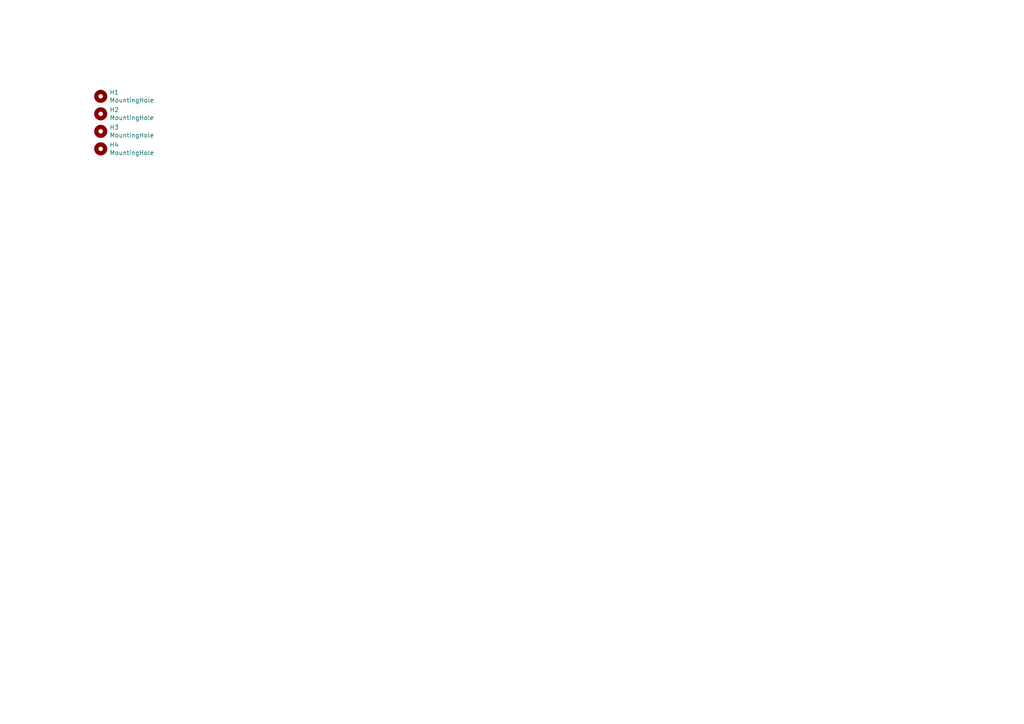
<source format=kicad_sch>
(kicad_sch (version 20211123) (generator eeschema)
  (paper "A4")
  (lib_symbols
    (symbol "Mechanical:MountingHole" (pin_names (offset 1.016))
      (property "Reference" "H" (at 0 5.08 0))
      (property "Value" "MountingHole" (at 0 3.175 0))
      (symbol "MountingHole_0_1"
        (circle (center 0 0) (radius 1.27) (stroke (width 1.27)))
      )
    )
  )
  (symbol (lib_id "Mechanical:MountingHole") (at 29.21 27.94 0) (unit 1)
    (property "Reference" "H1" (at 31.75 26.7716 0) (effects (justify left)))
    (property "Value" "MountingHole" (at 31.75 29.083 0) (effects (justify left)))
    (property "Footprint" "MountingHole:MountingHole_2.2mm_M2_Pad" (effects hide))
  )
  (symbol (lib_id "Mechanical:MountingHole") (at 29.21 43.18 0) (unit 1)
    (property "Reference" "H4" (at 31.75 42.0116 0) (effects (justify left)))
    (property "Value" "MountingHole" (at 31.75 44.323 0) (effects (justify left)))
    (property "Footprint" "MountingHole:MountingHole_2.2mm_M2_Pad" (effects hide))
  )
  (symbol (lib_id "Mechanical:MountingHole") (at 29.21 38.1 0) (unit 1)
    (property "Reference" "H3" (at 31.75 36.9316 0) (effects (justify left)))
    (property "Value" "MountingHole" (at 31.75 39.243 0) (effects (justify left)))
    (property "Footprint" "MountingHole:MountingHole_2.2mm_M2_Pad" (effects hide))
  )
  (symbol (lib_id "Mechanical:MountingHole") (at 29.21 33.02 0) (unit 1)
    (property "Reference" "H2" (at 31.75 31.8516 0) (effects (justify left)))
    (property "Value" "MountingHole" (at 31.75 34.163 0) (effects (justify left)))
    (property "Footprint" "MountingHole:MountingHole_2.2mm_M2_Pad" (effects hide))
  )
)
</source>
